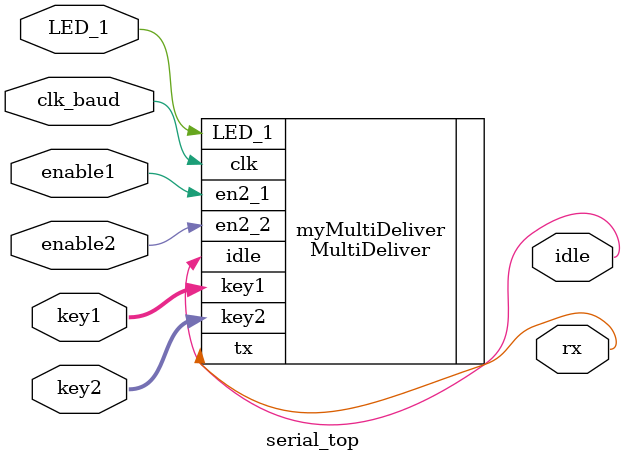
<source format=v>
`timescale 1ns / 1ps


module serial_top(
    input [14:0] key1,    //À¶ÑÀ·¢ËÍÊý¾ÝÊäÈë
    input [26:0] key2,  //À¶ÑÀ·¢ËÍÊý¾ÝÊäÈë
    input LED_1,
    input clk_baud,          
    input enable1,enable2,           //À¶ÑÀ·¢ËÍÊ¹ÄÜ
    //À¶ÑÀ·¢ËÍ
    output rx,
    output idle             //ÏµÍ³ÊÇ·ñÕ¼ÓÃÐÅºÅ(U19)
    );
    
    
    MultiDeliver myMultiDeliver(
    .key1(key1),
    .key2(key2),
    .LED_1(LED_1),
    .clk(clk_baud),
    .en2_1(enable1),
    .en2_2(enable2),
    .tx(rx),
    .idle(idle)
    );
    
    
endmodule

</source>
